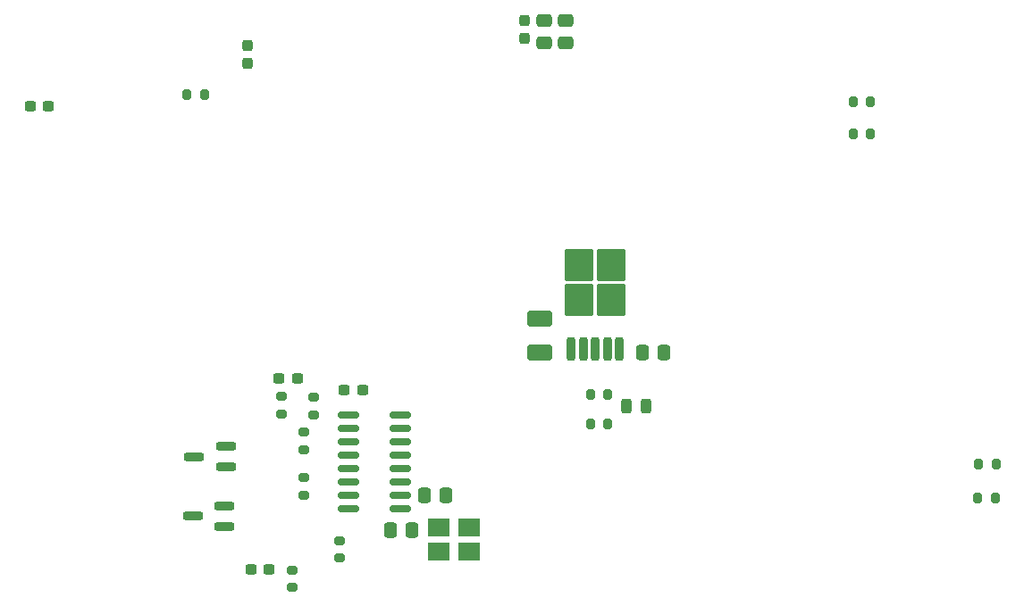
<source format=gbp>
%TF.GenerationSoftware,KiCad,Pcbnew,9.0.1*%
%TF.CreationDate,2025-12-02T19:06:14+01:00*%
%TF.ProjectId,stacja_pogody_modu__wew,73746163-6a61-45f7-906f-676f64795f6d,rev?*%
%TF.SameCoordinates,Original*%
%TF.FileFunction,Paste,Bot*%
%TF.FilePolarity,Positive*%
%FSLAX46Y46*%
G04 Gerber Fmt 4.6, Leading zero omitted, Abs format (unit mm)*
G04 Created by KiCad (PCBNEW 9.0.1) date 2025-12-02 19:06:14*
%MOMM*%
%LPD*%
G01*
G04 APERTURE LIST*
G04 Aperture macros list*
%AMRoundRect*
0 Rectangle with rounded corners*
0 $1 Rounding radius*
0 $2 $3 $4 $5 $6 $7 $8 $9 X,Y pos of 4 corners*
0 Add a 4 corners polygon primitive as box body*
4,1,4,$2,$3,$4,$5,$6,$7,$8,$9,$2,$3,0*
0 Add four circle primitives for the rounded corners*
1,1,$1+$1,$2,$3*
1,1,$1+$1,$4,$5*
1,1,$1+$1,$6,$7*
1,1,$1+$1,$8,$9*
0 Add four rect primitives between the rounded corners*
20,1,$1+$1,$2,$3,$4,$5,0*
20,1,$1+$1,$4,$5,$6,$7,0*
20,1,$1+$1,$6,$7,$8,$9,0*
20,1,$1+$1,$8,$9,$2,$3,0*%
G04 Aperture macros list end*
%ADD10RoundRect,0.200000X0.200000X0.275000X-0.200000X0.275000X-0.200000X-0.275000X0.200000X-0.275000X0*%
%ADD11RoundRect,0.200000X0.275000X-0.200000X0.275000X0.200000X-0.275000X0.200000X-0.275000X-0.200000X0*%
%ADD12RoundRect,0.200000X0.750000X0.200000X-0.750000X0.200000X-0.750000X-0.200000X0.750000X-0.200000X0*%
%ADD13RoundRect,0.250000X0.337500X0.475000X-0.337500X0.475000X-0.337500X-0.475000X0.337500X-0.475000X0*%
%ADD14RoundRect,0.250000X-0.475000X0.337500X-0.475000X-0.337500X0.475000X-0.337500X0.475000X0.337500X0*%
%ADD15RoundRect,0.237500X0.300000X0.237500X-0.300000X0.237500X-0.300000X-0.237500X0.300000X-0.237500X0*%
%ADD16RoundRect,0.237500X-0.300000X-0.237500X0.300000X-0.237500X0.300000X0.237500X-0.300000X0.237500X0*%
%ADD17RoundRect,0.237500X0.237500X-0.300000X0.237500X0.300000X-0.237500X0.300000X-0.237500X-0.300000X0*%
%ADD18RoundRect,0.200000X-0.200000X-0.275000X0.200000X-0.275000X0.200000X0.275000X-0.200000X0.275000X0*%
%ADD19RoundRect,0.237500X-0.237500X0.300000X-0.237500X-0.300000X0.237500X-0.300000X0.237500X0.300000X0*%
%ADD20RoundRect,0.200000X-0.275000X0.200000X-0.275000X-0.200000X0.275000X-0.200000X0.275000X0.200000X0*%
%ADD21RoundRect,0.250000X-0.337500X-0.475000X0.337500X-0.475000X0.337500X0.475000X-0.337500X0.475000X0*%
%ADD22RoundRect,0.250000X1.125000X-1.275000X1.125000X1.275000X-1.125000X1.275000X-1.125000X-1.275000X0*%
%ADD23RoundRect,0.200000X0.200000X-0.900000X0.200000X0.900000X-0.200000X0.900000X-0.200000X-0.900000X0*%
%ADD24RoundRect,0.250001X0.944999X-0.507499X0.944999X0.507499X-0.944999X0.507499X-0.944999X-0.507499X0*%
%ADD25RoundRect,0.243750X0.243750X0.456250X-0.243750X0.456250X-0.243750X-0.456250X0.243750X-0.456250X0*%
%ADD26R,2.100000X1.800000*%
%ADD27RoundRect,0.150000X0.825000X0.150000X-0.825000X0.150000X-0.825000X-0.150000X0.825000X-0.150000X0*%
G04 APERTURE END LIST*
D10*
%TO.C,R5*%
X197455000Y-105670000D03*
X195805000Y-105670000D03*
%TD*%
%TO.C,R2*%
X185625000Y-71140000D03*
X183975000Y-71140000D03*
%TD*%
D11*
%TO.C,R9*%
X131940000Y-101095000D03*
X131940000Y-99445000D03*
%TD*%
%TO.C,R8*%
X131910000Y-105405000D03*
X131910000Y-103755000D03*
%TD*%
D12*
%TO.C,Q1*%
X124430000Y-106440000D03*
X124430000Y-108340000D03*
X121430000Y-107390000D03*
%TD*%
D10*
%TO.C,R18*%
X122495000Y-67390000D03*
X120845000Y-67390000D03*
%TD*%
D13*
%TO.C,C9*%
X142197500Y-108690000D03*
X140122500Y-108690000D03*
%TD*%
D14*
%TO.C,C5*%
X156700000Y-60402500D03*
X156700000Y-62477500D03*
%TD*%
D15*
%TO.C,C13*%
X131302500Y-94310000D03*
X129577500Y-94310000D03*
%TD*%
%TO.C,C7*%
X107712500Y-68510000D03*
X105987500Y-68510000D03*
%TD*%
D16*
%TO.C,C11*%
X135747500Y-95410000D03*
X137472500Y-95410000D03*
%TD*%
D17*
%TO.C,C6*%
X126550000Y-64430000D03*
X126550000Y-62705000D03*
%TD*%
D18*
%TO.C,R7*%
X159065000Y-95860000D03*
X160715000Y-95860000D03*
%TD*%
D19*
%TO.C,C2*%
X152840000Y-60357500D03*
X152840000Y-62082500D03*
%TD*%
D20*
%TO.C,R12*%
X129830000Y-96050000D03*
X129830000Y-97700000D03*
%TD*%
D11*
%TO.C,R10*%
X132820000Y-97765000D03*
X132820000Y-96115000D03*
%TD*%
%TO.C,R11*%
X135340000Y-111375000D03*
X135340000Y-109725000D03*
%TD*%
D12*
%TO.C,Q2*%
X124520000Y-100790000D03*
X124520000Y-102690000D03*
X121520000Y-101740000D03*
%TD*%
D10*
%TO.C,R4*%
X185635000Y-68070000D03*
X183985000Y-68070000D03*
%TD*%
D13*
%TO.C,C10*%
X166057500Y-91870000D03*
X163982500Y-91870000D03*
%TD*%
D18*
%TO.C,R15*%
X159085000Y-98640000D03*
X160735000Y-98640000D03*
%TD*%
D21*
%TO.C,C8*%
X143342500Y-105420000D03*
X145417500Y-105420000D03*
%TD*%
D22*
%TO.C,U7*%
X158030000Y-86880000D03*
X161080000Y-86880000D03*
X158030000Y-83530000D03*
X161080000Y-83530000D03*
D23*
X161835000Y-91505000D03*
X160695000Y-91505000D03*
X159555000Y-91505000D03*
X158415000Y-91505000D03*
X157275000Y-91505000D03*
%TD*%
D10*
%TO.C,R6*%
X197500000Y-102480000D03*
X195850000Y-102480000D03*
%TD*%
D20*
%TO.C,R14*%
X130800000Y-112495000D03*
X130800000Y-114145000D03*
%TD*%
D24*
%TO.C,C12*%
X154270000Y-91885000D03*
X154270000Y-88630000D03*
%TD*%
D25*
%TO.C,D2*%
X164387500Y-96930000D03*
X162512500Y-96930000D03*
%TD*%
D14*
%TO.C,C4*%
X154670000Y-60402500D03*
X154670000Y-62477500D03*
%TD*%
D26*
%TO.C,Y1*%
X144680000Y-108470000D03*
X147580000Y-108470000D03*
X147580000Y-110770000D03*
X144680000Y-110770000D03*
%TD*%
D27*
%TO.C,U6*%
X141090000Y-97830000D03*
X141090000Y-99100000D03*
X141090000Y-100370000D03*
X141090000Y-101640000D03*
X141090000Y-102910000D03*
X141090000Y-104180000D03*
X141090000Y-105450000D03*
X141090000Y-106720000D03*
X136140000Y-106720000D03*
X136140000Y-105450000D03*
X136140000Y-104180000D03*
X136140000Y-102910000D03*
X136140000Y-101640000D03*
X136140000Y-100370000D03*
X136140000Y-99100000D03*
X136140000Y-97830000D03*
%TD*%
D15*
%TO.C,C14*%
X128662500Y-112420000D03*
X126937500Y-112420000D03*
%TD*%
M02*

</source>
